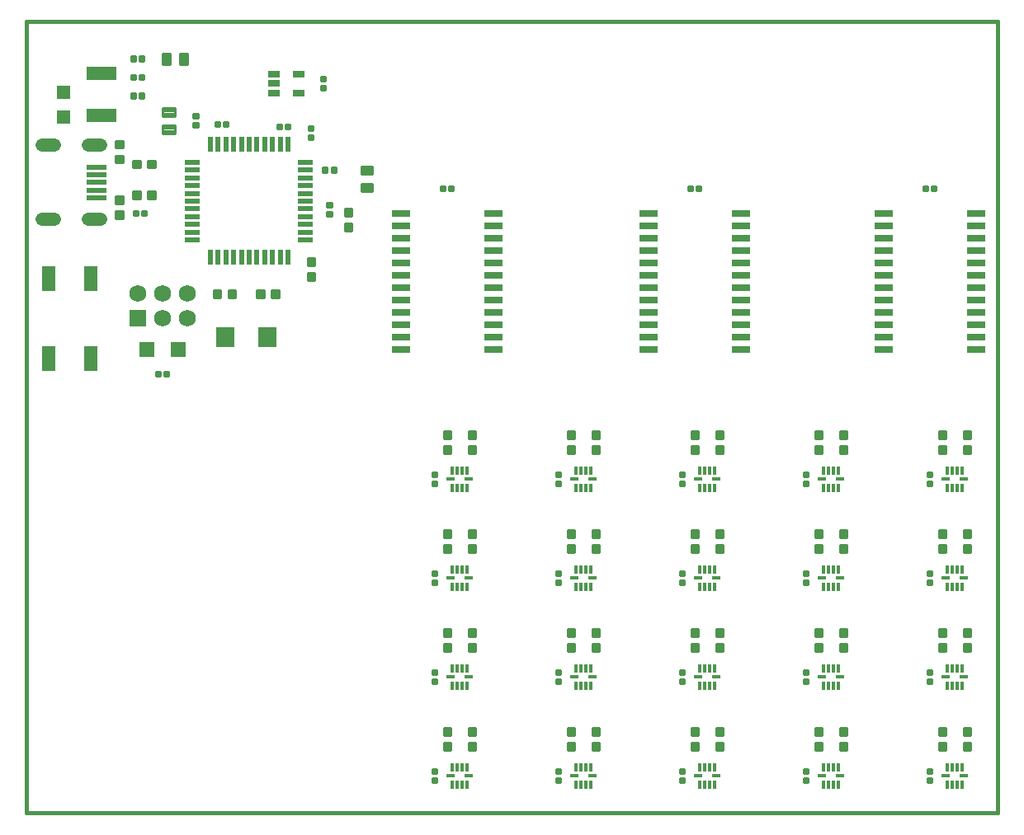
<source format=gts>
G75*
%MOIN*%
%OFA0B0*%
%FSLAX25Y25*%
%IPPOS*%
%LPD*%
%AMOC8*
5,1,8,0,0,1.08239X$1,22.5*
%
%ADD10C,0.01600*%
%ADD11C,0.01450*%
%ADD12C,0.00975*%
%ADD13R,0.05400X0.05400*%
%ADD14R,0.06306X0.06306*%
%ADD15R,0.12400X0.05400*%
%ADD16R,0.06900X0.06900*%
%ADD17C,0.06900*%
%ADD18R,0.06306X0.02369*%
%ADD19R,0.02369X0.06306*%
%ADD20R,0.05124X0.03117*%
%ADD21C,0.01100*%
%ADD22R,0.05400X0.10400*%
%ADD23R,0.07400X0.08400*%
%ADD24R,0.01378X0.03445*%
%ADD25R,0.03445X0.01378*%
%ADD26R,0.07500X0.02500*%
%ADD27C,0.05400*%
%ADD28R,0.08400X0.02000*%
D10*
X0030744Y0008834D02*
X0030744Y0328834D01*
X0423244Y0328834D01*
X0423244Y0008834D01*
X0030744Y0008834D01*
D11*
X0195019Y0021359D02*
X0195019Y0022809D01*
X0196469Y0022809D01*
X0196469Y0021359D01*
X0195019Y0021359D01*
X0195019Y0022808D02*
X0196469Y0022808D01*
X0195019Y0024859D02*
X0195019Y0026309D01*
X0196469Y0026309D01*
X0196469Y0024859D01*
X0195019Y0024859D01*
X0195019Y0026308D02*
X0196469Y0026308D01*
X0245019Y0026309D02*
X0245019Y0024859D01*
X0245019Y0026309D02*
X0246469Y0026309D01*
X0246469Y0024859D01*
X0245019Y0024859D01*
X0245019Y0026308D02*
X0246469Y0026308D01*
X0245019Y0022809D02*
X0245019Y0021359D01*
X0245019Y0022809D02*
X0246469Y0022809D01*
X0246469Y0021359D01*
X0245019Y0021359D01*
X0245019Y0022808D02*
X0246469Y0022808D01*
X0295019Y0022809D02*
X0295019Y0021359D01*
X0295019Y0022809D02*
X0296469Y0022809D01*
X0296469Y0021359D01*
X0295019Y0021359D01*
X0295019Y0022808D02*
X0296469Y0022808D01*
X0295019Y0024859D02*
X0295019Y0026309D01*
X0296469Y0026309D01*
X0296469Y0024859D01*
X0295019Y0024859D01*
X0295019Y0026308D02*
X0296469Y0026308D01*
X0345019Y0026309D02*
X0345019Y0024859D01*
X0345019Y0026309D02*
X0346469Y0026309D01*
X0346469Y0024859D01*
X0345019Y0024859D01*
X0345019Y0026308D02*
X0346469Y0026308D01*
X0345019Y0022809D02*
X0345019Y0021359D01*
X0345019Y0022809D02*
X0346469Y0022809D01*
X0346469Y0021359D01*
X0345019Y0021359D01*
X0345019Y0022808D02*
X0346469Y0022808D01*
X0395019Y0022809D02*
X0395019Y0021359D01*
X0395019Y0022809D02*
X0396469Y0022809D01*
X0396469Y0021359D01*
X0395019Y0021359D01*
X0395019Y0022808D02*
X0396469Y0022808D01*
X0395019Y0024859D02*
X0395019Y0026309D01*
X0396469Y0026309D01*
X0396469Y0024859D01*
X0395019Y0024859D01*
X0395019Y0026308D02*
X0396469Y0026308D01*
X0395019Y0061359D02*
X0395019Y0062809D01*
X0396469Y0062809D01*
X0396469Y0061359D01*
X0395019Y0061359D01*
X0395019Y0062808D02*
X0396469Y0062808D01*
X0395019Y0064859D02*
X0395019Y0066309D01*
X0396469Y0066309D01*
X0396469Y0064859D01*
X0395019Y0064859D01*
X0395019Y0066308D02*
X0396469Y0066308D01*
X0395019Y0101359D02*
X0395019Y0102809D01*
X0396469Y0102809D01*
X0396469Y0101359D01*
X0395019Y0101359D01*
X0395019Y0102808D02*
X0396469Y0102808D01*
X0395019Y0104859D02*
X0395019Y0106309D01*
X0396469Y0106309D01*
X0396469Y0104859D01*
X0395019Y0104859D01*
X0395019Y0106308D02*
X0396469Y0106308D01*
X0395019Y0141359D02*
X0395019Y0142809D01*
X0396469Y0142809D01*
X0396469Y0141359D01*
X0395019Y0141359D01*
X0395019Y0142808D02*
X0396469Y0142808D01*
X0395019Y0144859D02*
X0395019Y0146309D01*
X0396469Y0146309D01*
X0396469Y0144859D01*
X0395019Y0144859D01*
X0395019Y0146308D02*
X0396469Y0146308D01*
X0345019Y0146309D02*
X0345019Y0144859D01*
X0345019Y0146309D02*
X0346469Y0146309D01*
X0346469Y0144859D01*
X0345019Y0144859D01*
X0345019Y0146308D02*
X0346469Y0146308D01*
X0345019Y0142809D02*
X0345019Y0141359D01*
X0345019Y0142809D02*
X0346469Y0142809D01*
X0346469Y0141359D01*
X0345019Y0141359D01*
X0345019Y0142808D02*
X0346469Y0142808D01*
X0295019Y0142809D02*
X0295019Y0141359D01*
X0295019Y0142809D02*
X0296469Y0142809D01*
X0296469Y0141359D01*
X0295019Y0141359D01*
X0295019Y0142808D02*
X0296469Y0142808D01*
X0295019Y0144859D02*
X0295019Y0146309D01*
X0296469Y0146309D01*
X0296469Y0144859D01*
X0295019Y0144859D01*
X0295019Y0146308D02*
X0296469Y0146308D01*
X0245019Y0146309D02*
X0245019Y0144859D01*
X0245019Y0146309D02*
X0246469Y0146309D01*
X0246469Y0144859D01*
X0245019Y0144859D01*
X0245019Y0146308D02*
X0246469Y0146308D01*
X0245019Y0142809D02*
X0245019Y0141359D01*
X0245019Y0142809D02*
X0246469Y0142809D01*
X0246469Y0141359D01*
X0245019Y0141359D01*
X0245019Y0142808D02*
X0246469Y0142808D01*
X0195019Y0142809D02*
X0195019Y0141359D01*
X0195019Y0142809D02*
X0196469Y0142809D01*
X0196469Y0141359D01*
X0195019Y0141359D01*
X0195019Y0142808D02*
X0196469Y0142808D01*
X0195019Y0144859D02*
X0195019Y0146309D01*
X0196469Y0146309D01*
X0196469Y0144859D01*
X0195019Y0144859D01*
X0195019Y0146308D02*
X0196469Y0146308D01*
X0195019Y0106309D02*
X0195019Y0104859D01*
X0195019Y0106309D02*
X0196469Y0106309D01*
X0196469Y0104859D01*
X0195019Y0104859D01*
X0195019Y0106308D02*
X0196469Y0106308D01*
X0195019Y0102809D02*
X0195019Y0101359D01*
X0195019Y0102809D02*
X0196469Y0102809D01*
X0196469Y0101359D01*
X0195019Y0101359D01*
X0195019Y0102808D02*
X0196469Y0102808D01*
X0245019Y0102809D02*
X0245019Y0101359D01*
X0245019Y0102809D02*
X0246469Y0102809D01*
X0246469Y0101359D01*
X0245019Y0101359D01*
X0245019Y0102808D02*
X0246469Y0102808D01*
X0245019Y0104859D02*
X0245019Y0106309D01*
X0246469Y0106309D01*
X0246469Y0104859D01*
X0245019Y0104859D01*
X0245019Y0106308D02*
X0246469Y0106308D01*
X0295019Y0106309D02*
X0295019Y0104859D01*
X0295019Y0106309D02*
X0296469Y0106309D01*
X0296469Y0104859D01*
X0295019Y0104859D01*
X0295019Y0106308D02*
X0296469Y0106308D01*
X0295019Y0102809D02*
X0295019Y0101359D01*
X0295019Y0102809D02*
X0296469Y0102809D01*
X0296469Y0101359D01*
X0295019Y0101359D01*
X0295019Y0102808D02*
X0296469Y0102808D01*
X0345019Y0102809D02*
X0345019Y0101359D01*
X0345019Y0102809D02*
X0346469Y0102809D01*
X0346469Y0101359D01*
X0345019Y0101359D01*
X0345019Y0102808D02*
X0346469Y0102808D01*
X0345019Y0104859D02*
X0345019Y0106309D01*
X0346469Y0106309D01*
X0346469Y0104859D01*
X0345019Y0104859D01*
X0345019Y0106308D02*
X0346469Y0106308D01*
X0345019Y0066309D02*
X0345019Y0064859D01*
X0345019Y0066309D02*
X0346469Y0066309D01*
X0346469Y0064859D01*
X0345019Y0064859D01*
X0345019Y0066308D02*
X0346469Y0066308D01*
X0345019Y0062809D02*
X0345019Y0061359D01*
X0345019Y0062809D02*
X0346469Y0062809D01*
X0346469Y0061359D01*
X0345019Y0061359D01*
X0345019Y0062808D02*
X0346469Y0062808D01*
X0295019Y0062809D02*
X0295019Y0061359D01*
X0295019Y0062809D02*
X0296469Y0062809D01*
X0296469Y0061359D01*
X0295019Y0061359D01*
X0295019Y0062808D02*
X0296469Y0062808D01*
X0295019Y0064859D02*
X0295019Y0066309D01*
X0296469Y0066309D01*
X0296469Y0064859D01*
X0295019Y0064859D01*
X0295019Y0066308D02*
X0296469Y0066308D01*
X0245019Y0066309D02*
X0245019Y0064859D01*
X0245019Y0066309D02*
X0246469Y0066309D01*
X0246469Y0064859D01*
X0245019Y0064859D01*
X0245019Y0066308D02*
X0246469Y0066308D01*
X0245019Y0062809D02*
X0245019Y0061359D01*
X0245019Y0062809D02*
X0246469Y0062809D01*
X0246469Y0061359D01*
X0245019Y0061359D01*
X0245019Y0062808D02*
X0246469Y0062808D01*
X0195019Y0062809D02*
X0195019Y0061359D01*
X0195019Y0062809D02*
X0196469Y0062809D01*
X0196469Y0061359D01*
X0195019Y0061359D01*
X0195019Y0062808D02*
X0196469Y0062808D01*
X0195019Y0064859D02*
X0195019Y0066309D01*
X0196469Y0066309D01*
X0196469Y0064859D01*
X0195019Y0064859D01*
X0195019Y0066308D02*
X0196469Y0066308D01*
X0088219Y0185609D02*
X0086769Y0185609D01*
X0086769Y0187059D01*
X0088219Y0187059D01*
X0088219Y0185609D01*
X0088219Y0187058D02*
X0086769Y0187058D01*
X0084719Y0185609D02*
X0083269Y0185609D01*
X0083269Y0187059D01*
X0084719Y0187059D01*
X0084719Y0185609D01*
X0084719Y0187058D02*
X0083269Y0187058D01*
X0153969Y0250359D02*
X0153969Y0251809D01*
X0153969Y0250359D02*
X0152519Y0250359D01*
X0152519Y0251809D01*
X0153969Y0251809D01*
X0153969Y0251808D02*
X0152519Y0251808D01*
X0153969Y0253859D02*
X0153969Y0255309D01*
X0153969Y0253859D02*
X0152519Y0253859D01*
X0152519Y0255309D01*
X0153969Y0255309D01*
X0153969Y0255308D02*
X0152519Y0255308D01*
X0152219Y0268109D02*
X0150769Y0268109D01*
X0150769Y0269559D01*
X0152219Y0269559D01*
X0152219Y0268109D01*
X0152219Y0269558D02*
X0150769Y0269558D01*
X0154269Y0268109D02*
X0155719Y0268109D01*
X0154269Y0268109D02*
X0154269Y0269559D01*
X0155719Y0269559D01*
X0155719Y0268109D01*
X0155719Y0269558D02*
X0154269Y0269558D01*
X0145019Y0281359D02*
X0145019Y0282809D01*
X0146469Y0282809D01*
X0146469Y0281359D01*
X0145019Y0281359D01*
X0145019Y0282808D02*
X0146469Y0282808D01*
X0145019Y0284859D02*
X0145019Y0286309D01*
X0146469Y0286309D01*
X0146469Y0284859D01*
X0145019Y0284859D01*
X0145019Y0286308D02*
X0146469Y0286308D01*
X0137219Y0287059D02*
X0135769Y0287059D01*
X0137219Y0287059D02*
X0137219Y0285609D01*
X0135769Y0285609D01*
X0135769Y0287059D01*
X0135769Y0287058D02*
X0137219Y0287058D01*
X0133719Y0287059D02*
X0132269Y0287059D01*
X0133719Y0287059D02*
X0133719Y0285609D01*
X0132269Y0285609D01*
X0132269Y0287059D01*
X0132269Y0287058D02*
X0133719Y0287058D01*
X0112219Y0288059D02*
X0110769Y0288059D01*
X0112219Y0288059D02*
X0112219Y0286609D01*
X0110769Y0286609D01*
X0110769Y0288059D01*
X0110769Y0288058D02*
X0112219Y0288058D01*
X0108719Y0288059D02*
X0107269Y0288059D01*
X0108719Y0288059D02*
X0108719Y0286609D01*
X0107269Y0286609D01*
X0107269Y0288059D01*
X0107269Y0288058D02*
X0108719Y0288058D01*
X0099969Y0287809D02*
X0099969Y0286359D01*
X0098519Y0286359D01*
X0098519Y0287809D01*
X0099969Y0287809D01*
X0099969Y0287808D02*
X0098519Y0287808D01*
X0099969Y0289859D02*
X0099969Y0291309D01*
X0099969Y0289859D02*
X0098519Y0289859D01*
X0098519Y0291309D01*
X0099969Y0291309D01*
X0099969Y0291308D02*
X0098519Y0291308D01*
X0078219Y0298109D02*
X0076769Y0298109D01*
X0076769Y0299559D01*
X0078219Y0299559D01*
X0078219Y0298109D01*
X0078219Y0299558D02*
X0076769Y0299558D01*
X0074719Y0298109D02*
X0073269Y0298109D01*
X0073269Y0299559D01*
X0074719Y0299559D01*
X0074719Y0298109D01*
X0074719Y0299558D02*
X0073269Y0299558D01*
X0073269Y0307059D02*
X0074719Y0307059D01*
X0074719Y0305609D01*
X0073269Y0305609D01*
X0073269Y0307059D01*
X0073269Y0307058D02*
X0074719Y0307058D01*
X0076769Y0307059D02*
X0078219Y0307059D01*
X0078219Y0305609D01*
X0076769Y0305609D01*
X0076769Y0307059D01*
X0076769Y0307058D02*
X0078219Y0307058D01*
X0078219Y0313109D02*
X0076769Y0313109D01*
X0076769Y0314559D01*
X0078219Y0314559D01*
X0078219Y0313109D01*
X0078219Y0314558D02*
X0076769Y0314558D01*
X0074719Y0313109D02*
X0073269Y0313109D01*
X0073269Y0314559D01*
X0074719Y0314559D01*
X0074719Y0313109D01*
X0074719Y0314558D02*
X0073269Y0314558D01*
X0150019Y0306309D02*
X0150019Y0304859D01*
X0150019Y0306309D02*
X0151469Y0306309D01*
X0151469Y0304859D01*
X0150019Y0304859D01*
X0150019Y0306308D02*
X0151469Y0306308D01*
X0150019Y0302809D02*
X0150019Y0301359D01*
X0150019Y0302809D02*
X0151469Y0302809D01*
X0151469Y0301359D01*
X0150019Y0301359D01*
X0150019Y0302808D02*
X0151469Y0302808D01*
X0198269Y0260609D02*
X0199719Y0260609D01*
X0198269Y0260609D02*
X0198269Y0262059D01*
X0199719Y0262059D01*
X0199719Y0260609D01*
X0199719Y0262058D02*
X0198269Y0262058D01*
X0201769Y0260609D02*
X0203219Y0260609D01*
X0201769Y0260609D02*
X0201769Y0262059D01*
X0203219Y0262059D01*
X0203219Y0260609D01*
X0203219Y0262058D02*
X0201769Y0262058D01*
X0298269Y0260609D02*
X0299719Y0260609D01*
X0298269Y0260609D02*
X0298269Y0262059D01*
X0299719Y0262059D01*
X0299719Y0260609D01*
X0299719Y0262058D02*
X0298269Y0262058D01*
X0301769Y0260609D02*
X0303219Y0260609D01*
X0301769Y0260609D02*
X0301769Y0262059D01*
X0303219Y0262059D01*
X0303219Y0260609D01*
X0303219Y0262058D02*
X0301769Y0262058D01*
X0393269Y0260609D02*
X0394719Y0260609D01*
X0393269Y0260609D02*
X0393269Y0262059D01*
X0394719Y0262059D01*
X0394719Y0260609D01*
X0394719Y0262058D02*
X0393269Y0262058D01*
X0396769Y0260609D02*
X0398219Y0260609D01*
X0396769Y0260609D02*
X0396769Y0262059D01*
X0398219Y0262059D01*
X0398219Y0260609D01*
X0398219Y0262058D02*
X0396769Y0262058D01*
X0079219Y0252059D02*
X0077769Y0252059D01*
X0079219Y0252059D02*
X0079219Y0250609D01*
X0077769Y0250609D01*
X0077769Y0252059D01*
X0077769Y0252058D02*
X0079219Y0252058D01*
X0075719Y0252059D02*
X0074269Y0252059D01*
X0075719Y0252059D02*
X0075719Y0250609D01*
X0074269Y0250609D01*
X0074269Y0252059D01*
X0074269Y0252058D02*
X0075719Y0252058D01*
D12*
X0066781Y0252297D02*
X0066781Y0249371D01*
X0066781Y0252297D02*
X0069707Y0252297D01*
X0069707Y0249371D01*
X0066781Y0249371D01*
X0066781Y0250345D02*
X0069707Y0250345D01*
X0069707Y0251319D02*
X0066781Y0251319D01*
X0066781Y0252293D02*
X0069707Y0252293D01*
X0066781Y0255371D02*
X0066781Y0258297D01*
X0069707Y0258297D01*
X0069707Y0255371D01*
X0066781Y0255371D01*
X0066781Y0256345D02*
X0069707Y0256345D01*
X0069707Y0257319D02*
X0066781Y0257319D01*
X0066781Y0258293D02*
X0069707Y0258293D01*
X0073781Y0257371D02*
X0076707Y0257371D01*
X0073781Y0257371D02*
X0073781Y0260297D01*
X0076707Y0260297D01*
X0076707Y0257371D01*
X0076707Y0258345D02*
X0073781Y0258345D01*
X0073781Y0259319D02*
X0076707Y0259319D01*
X0076707Y0260293D02*
X0073781Y0260293D01*
X0079781Y0257371D02*
X0082707Y0257371D01*
X0079781Y0257371D02*
X0079781Y0260297D01*
X0082707Y0260297D01*
X0082707Y0257371D01*
X0082707Y0258345D02*
X0079781Y0258345D01*
X0079781Y0259319D02*
X0082707Y0259319D01*
X0082707Y0260293D02*
X0079781Y0260293D01*
X0079781Y0269871D02*
X0082707Y0269871D01*
X0079781Y0269871D02*
X0079781Y0272797D01*
X0082707Y0272797D01*
X0082707Y0269871D01*
X0082707Y0270845D02*
X0079781Y0270845D01*
X0079781Y0271819D02*
X0082707Y0271819D01*
X0082707Y0272793D02*
X0079781Y0272793D01*
X0076707Y0269871D02*
X0073781Y0269871D01*
X0073781Y0272797D01*
X0076707Y0272797D01*
X0076707Y0269871D01*
X0076707Y0270845D02*
X0073781Y0270845D01*
X0073781Y0271819D02*
X0076707Y0271819D01*
X0076707Y0272793D02*
X0073781Y0272793D01*
X0069707Y0271871D02*
X0069707Y0274797D01*
X0069707Y0271871D02*
X0066781Y0271871D01*
X0066781Y0274797D01*
X0069707Y0274797D01*
X0069707Y0272845D02*
X0066781Y0272845D01*
X0066781Y0273819D02*
X0069707Y0273819D01*
X0069707Y0274793D02*
X0066781Y0274793D01*
X0069707Y0277871D02*
X0069707Y0280797D01*
X0069707Y0277871D02*
X0066781Y0277871D01*
X0066781Y0280797D01*
X0069707Y0280797D01*
X0069707Y0278845D02*
X0066781Y0278845D01*
X0066781Y0279819D02*
X0069707Y0279819D01*
X0069707Y0280793D02*
X0066781Y0280793D01*
X0085781Y0311621D02*
X0088707Y0311621D01*
X0085781Y0311621D02*
X0085781Y0316047D01*
X0088707Y0316047D01*
X0088707Y0311621D01*
X0088707Y0312595D02*
X0085781Y0312595D01*
X0085781Y0313569D02*
X0088707Y0313569D01*
X0088707Y0314543D02*
X0085781Y0314543D01*
X0085781Y0315517D02*
X0088707Y0315517D01*
X0092781Y0311621D02*
X0095707Y0311621D01*
X0092781Y0311621D02*
X0092781Y0316047D01*
X0095707Y0316047D01*
X0095707Y0311621D01*
X0095707Y0312595D02*
X0092781Y0312595D01*
X0092781Y0313569D02*
X0095707Y0313569D01*
X0095707Y0314543D02*
X0092781Y0314543D01*
X0092781Y0315517D02*
X0095707Y0315517D01*
X0166031Y0270297D02*
X0166031Y0267371D01*
X0166031Y0270297D02*
X0170457Y0270297D01*
X0170457Y0267371D01*
X0166031Y0267371D01*
X0166031Y0268345D02*
X0170457Y0268345D01*
X0170457Y0269319D02*
X0166031Y0269319D01*
X0166031Y0270293D02*
X0170457Y0270293D01*
X0166031Y0263297D02*
X0166031Y0260371D01*
X0166031Y0263297D02*
X0170457Y0263297D01*
X0170457Y0260371D01*
X0166031Y0260371D01*
X0166031Y0261345D02*
X0170457Y0261345D01*
X0170457Y0262319D02*
X0166031Y0262319D01*
X0166031Y0263293D02*
X0170457Y0263293D01*
X0162207Y0253297D02*
X0162207Y0250371D01*
X0159281Y0250371D01*
X0159281Y0253297D01*
X0162207Y0253297D01*
X0162207Y0251345D02*
X0159281Y0251345D01*
X0159281Y0252319D02*
X0162207Y0252319D01*
X0162207Y0253293D02*
X0159281Y0253293D01*
X0162207Y0247297D02*
X0162207Y0244371D01*
X0159281Y0244371D01*
X0159281Y0247297D01*
X0162207Y0247297D01*
X0162207Y0245345D02*
X0159281Y0245345D01*
X0159281Y0246319D02*
X0162207Y0246319D01*
X0162207Y0247293D02*
X0159281Y0247293D01*
X0147207Y0233297D02*
X0147207Y0230371D01*
X0144281Y0230371D01*
X0144281Y0233297D01*
X0147207Y0233297D01*
X0147207Y0231345D02*
X0144281Y0231345D01*
X0144281Y0232319D02*
X0147207Y0232319D01*
X0147207Y0233293D02*
X0144281Y0233293D01*
X0147207Y0227297D02*
X0147207Y0224371D01*
X0144281Y0224371D01*
X0144281Y0227297D01*
X0147207Y0227297D01*
X0147207Y0225345D02*
X0144281Y0225345D01*
X0144281Y0226319D02*
X0147207Y0226319D01*
X0147207Y0227293D02*
X0144281Y0227293D01*
X0132707Y0220297D02*
X0129781Y0220297D01*
X0132707Y0220297D02*
X0132707Y0217371D01*
X0129781Y0217371D01*
X0129781Y0220297D01*
X0129781Y0218345D02*
X0132707Y0218345D01*
X0132707Y0219319D02*
X0129781Y0219319D01*
X0129781Y0220293D02*
X0132707Y0220293D01*
X0126707Y0220297D02*
X0123781Y0220297D01*
X0126707Y0220297D02*
X0126707Y0217371D01*
X0123781Y0217371D01*
X0123781Y0220297D01*
X0123781Y0218345D02*
X0126707Y0218345D01*
X0126707Y0219319D02*
X0123781Y0219319D01*
X0123781Y0220293D02*
X0126707Y0220293D01*
X0115207Y0217371D02*
X0112281Y0217371D01*
X0112281Y0220297D01*
X0115207Y0220297D01*
X0115207Y0217371D01*
X0115207Y0218345D02*
X0112281Y0218345D01*
X0112281Y0219319D02*
X0115207Y0219319D01*
X0115207Y0220293D02*
X0112281Y0220293D01*
X0109207Y0217371D02*
X0106281Y0217371D01*
X0106281Y0220297D01*
X0109207Y0220297D01*
X0109207Y0217371D01*
X0109207Y0218345D02*
X0106281Y0218345D01*
X0106281Y0219319D02*
X0109207Y0219319D01*
X0109207Y0220293D02*
X0106281Y0220293D01*
X0199281Y0163297D02*
X0199281Y0160371D01*
X0199281Y0163297D02*
X0202207Y0163297D01*
X0202207Y0160371D01*
X0199281Y0160371D01*
X0199281Y0161345D02*
X0202207Y0161345D01*
X0202207Y0162319D02*
X0199281Y0162319D01*
X0199281Y0163293D02*
X0202207Y0163293D01*
X0199281Y0157297D02*
X0199281Y0154371D01*
X0199281Y0157297D02*
X0202207Y0157297D01*
X0202207Y0154371D01*
X0199281Y0154371D01*
X0199281Y0155345D02*
X0202207Y0155345D01*
X0202207Y0156319D02*
X0199281Y0156319D01*
X0199281Y0157293D02*
X0202207Y0157293D01*
X0209281Y0157297D02*
X0209281Y0154371D01*
X0209281Y0157297D02*
X0212207Y0157297D01*
X0212207Y0154371D01*
X0209281Y0154371D01*
X0209281Y0155345D02*
X0212207Y0155345D01*
X0212207Y0156319D02*
X0209281Y0156319D01*
X0209281Y0157293D02*
X0212207Y0157293D01*
X0209281Y0160371D02*
X0209281Y0163297D01*
X0212207Y0163297D01*
X0212207Y0160371D01*
X0209281Y0160371D01*
X0209281Y0161345D02*
X0212207Y0161345D01*
X0212207Y0162319D02*
X0209281Y0162319D01*
X0209281Y0163293D02*
X0212207Y0163293D01*
X0249281Y0163297D02*
X0249281Y0160371D01*
X0249281Y0163297D02*
X0252207Y0163297D01*
X0252207Y0160371D01*
X0249281Y0160371D01*
X0249281Y0161345D02*
X0252207Y0161345D01*
X0252207Y0162319D02*
X0249281Y0162319D01*
X0249281Y0163293D02*
X0252207Y0163293D01*
X0249281Y0157297D02*
X0249281Y0154371D01*
X0249281Y0157297D02*
X0252207Y0157297D01*
X0252207Y0154371D01*
X0249281Y0154371D01*
X0249281Y0155345D02*
X0252207Y0155345D01*
X0252207Y0156319D02*
X0249281Y0156319D01*
X0249281Y0157293D02*
X0252207Y0157293D01*
X0259281Y0157297D02*
X0259281Y0154371D01*
X0259281Y0157297D02*
X0262207Y0157297D01*
X0262207Y0154371D01*
X0259281Y0154371D01*
X0259281Y0155345D02*
X0262207Y0155345D01*
X0262207Y0156319D02*
X0259281Y0156319D01*
X0259281Y0157293D02*
X0262207Y0157293D01*
X0259281Y0160371D02*
X0259281Y0163297D01*
X0262207Y0163297D01*
X0262207Y0160371D01*
X0259281Y0160371D01*
X0259281Y0161345D02*
X0262207Y0161345D01*
X0262207Y0162319D02*
X0259281Y0162319D01*
X0259281Y0163293D02*
X0262207Y0163293D01*
X0299281Y0163297D02*
X0299281Y0160371D01*
X0299281Y0163297D02*
X0302207Y0163297D01*
X0302207Y0160371D01*
X0299281Y0160371D01*
X0299281Y0161345D02*
X0302207Y0161345D01*
X0302207Y0162319D02*
X0299281Y0162319D01*
X0299281Y0163293D02*
X0302207Y0163293D01*
X0299281Y0157297D02*
X0299281Y0154371D01*
X0299281Y0157297D02*
X0302207Y0157297D01*
X0302207Y0154371D01*
X0299281Y0154371D01*
X0299281Y0155345D02*
X0302207Y0155345D01*
X0302207Y0156319D02*
X0299281Y0156319D01*
X0299281Y0157293D02*
X0302207Y0157293D01*
X0309281Y0157297D02*
X0309281Y0154371D01*
X0309281Y0157297D02*
X0312207Y0157297D01*
X0312207Y0154371D01*
X0309281Y0154371D01*
X0309281Y0155345D02*
X0312207Y0155345D01*
X0312207Y0156319D02*
X0309281Y0156319D01*
X0309281Y0157293D02*
X0312207Y0157293D01*
X0309281Y0160371D02*
X0309281Y0163297D01*
X0312207Y0163297D01*
X0312207Y0160371D01*
X0309281Y0160371D01*
X0309281Y0161345D02*
X0312207Y0161345D01*
X0312207Y0162319D02*
X0309281Y0162319D01*
X0309281Y0163293D02*
X0312207Y0163293D01*
X0349281Y0163297D02*
X0349281Y0160371D01*
X0349281Y0163297D02*
X0352207Y0163297D01*
X0352207Y0160371D01*
X0349281Y0160371D01*
X0349281Y0161345D02*
X0352207Y0161345D01*
X0352207Y0162319D02*
X0349281Y0162319D01*
X0349281Y0163293D02*
X0352207Y0163293D01*
X0349281Y0157297D02*
X0349281Y0154371D01*
X0349281Y0157297D02*
X0352207Y0157297D01*
X0352207Y0154371D01*
X0349281Y0154371D01*
X0349281Y0155345D02*
X0352207Y0155345D01*
X0352207Y0156319D02*
X0349281Y0156319D01*
X0349281Y0157293D02*
X0352207Y0157293D01*
X0359281Y0157297D02*
X0359281Y0154371D01*
X0359281Y0157297D02*
X0362207Y0157297D01*
X0362207Y0154371D01*
X0359281Y0154371D01*
X0359281Y0155345D02*
X0362207Y0155345D01*
X0362207Y0156319D02*
X0359281Y0156319D01*
X0359281Y0157293D02*
X0362207Y0157293D01*
X0359281Y0160371D02*
X0359281Y0163297D01*
X0362207Y0163297D01*
X0362207Y0160371D01*
X0359281Y0160371D01*
X0359281Y0161345D02*
X0362207Y0161345D01*
X0362207Y0162319D02*
X0359281Y0162319D01*
X0359281Y0163293D02*
X0362207Y0163293D01*
X0399281Y0163297D02*
X0399281Y0160371D01*
X0399281Y0163297D02*
X0402207Y0163297D01*
X0402207Y0160371D01*
X0399281Y0160371D01*
X0399281Y0161345D02*
X0402207Y0161345D01*
X0402207Y0162319D02*
X0399281Y0162319D01*
X0399281Y0163293D02*
X0402207Y0163293D01*
X0399281Y0157297D02*
X0399281Y0154371D01*
X0399281Y0157297D02*
X0402207Y0157297D01*
X0402207Y0154371D01*
X0399281Y0154371D01*
X0399281Y0155345D02*
X0402207Y0155345D01*
X0402207Y0156319D02*
X0399281Y0156319D01*
X0399281Y0157293D02*
X0402207Y0157293D01*
X0409281Y0157297D02*
X0409281Y0154371D01*
X0409281Y0157297D02*
X0412207Y0157297D01*
X0412207Y0154371D01*
X0409281Y0154371D01*
X0409281Y0155345D02*
X0412207Y0155345D01*
X0412207Y0156319D02*
X0409281Y0156319D01*
X0409281Y0157293D02*
X0412207Y0157293D01*
X0409281Y0160371D02*
X0409281Y0163297D01*
X0412207Y0163297D01*
X0412207Y0160371D01*
X0409281Y0160371D01*
X0409281Y0161345D02*
X0412207Y0161345D01*
X0412207Y0162319D02*
X0409281Y0162319D01*
X0409281Y0163293D02*
X0412207Y0163293D01*
X0409281Y0123297D02*
X0409281Y0120371D01*
X0409281Y0123297D02*
X0412207Y0123297D01*
X0412207Y0120371D01*
X0409281Y0120371D01*
X0409281Y0121345D02*
X0412207Y0121345D01*
X0412207Y0122319D02*
X0409281Y0122319D01*
X0409281Y0123293D02*
X0412207Y0123293D01*
X0409281Y0117297D02*
X0409281Y0114371D01*
X0409281Y0117297D02*
X0412207Y0117297D01*
X0412207Y0114371D01*
X0409281Y0114371D01*
X0409281Y0115345D02*
X0412207Y0115345D01*
X0412207Y0116319D02*
X0409281Y0116319D01*
X0409281Y0117293D02*
X0412207Y0117293D01*
X0399281Y0117297D02*
X0399281Y0114371D01*
X0399281Y0117297D02*
X0402207Y0117297D01*
X0402207Y0114371D01*
X0399281Y0114371D01*
X0399281Y0115345D02*
X0402207Y0115345D01*
X0402207Y0116319D02*
X0399281Y0116319D01*
X0399281Y0117293D02*
X0402207Y0117293D01*
X0399281Y0120371D02*
X0399281Y0123297D01*
X0402207Y0123297D01*
X0402207Y0120371D01*
X0399281Y0120371D01*
X0399281Y0121345D02*
X0402207Y0121345D01*
X0402207Y0122319D02*
X0399281Y0122319D01*
X0399281Y0123293D02*
X0402207Y0123293D01*
X0359281Y0123297D02*
X0359281Y0120371D01*
X0359281Y0123297D02*
X0362207Y0123297D01*
X0362207Y0120371D01*
X0359281Y0120371D01*
X0359281Y0121345D02*
X0362207Y0121345D01*
X0362207Y0122319D02*
X0359281Y0122319D01*
X0359281Y0123293D02*
X0362207Y0123293D01*
X0359281Y0117297D02*
X0359281Y0114371D01*
X0359281Y0117297D02*
X0362207Y0117297D01*
X0362207Y0114371D01*
X0359281Y0114371D01*
X0359281Y0115345D02*
X0362207Y0115345D01*
X0362207Y0116319D02*
X0359281Y0116319D01*
X0359281Y0117293D02*
X0362207Y0117293D01*
X0349281Y0117297D02*
X0349281Y0114371D01*
X0349281Y0117297D02*
X0352207Y0117297D01*
X0352207Y0114371D01*
X0349281Y0114371D01*
X0349281Y0115345D02*
X0352207Y0115345D01*
X0352207Y0116319D02*
X0349281Y0116319D01*
X0349281Y0117293D02*
X0352207Y0117293D01*
X0349281Y0120371D02*
X0349281Y0123297D01*
X0352207Y0123297D01*
X0352207Y0120371D01*
X0349281Y0120371D01*
X0349281Y0121345D02*
X0352207Y0121345D01*
X0352207Y0122319D02*
X0349281Y0122319D01*
X0349281Y0123293D02*
X0352207Y0123293D01*
X0309281Y0123297D02*
X0309281Y0120371D01*
X0309281Y0123297D02*
X0312207Y0123297D01*
X0312207Y0120371D01*
X0309281Y0120371D01*
X0309281Y0121345D02*
X0312207Y0121345D01*
X0312207Y0122319D02*
X0309281Y0122319D01*
X0309281Y0123293D02*
X0312207Y0123293D01*
X0309281Y0117297D02*
X0309281Y0114371D01*
X0309281Y0117297D02*
X0312207Y0117297D01*
X0312207Y0114371D01*
X0309281Y0114371D01*
X0309281Y0115345D02*
X0312207Y0115345D01*
X0312207Y0116319D02*
X0309281Y0116319D01*
X0309281Y0117293D02*
X0312207Y0117293D01*
X0299281Y0117297D02*
X0299281Y0114371D01*
X0299281Y0117297D02*
X0302207Y0117297D01*
X0302207Y0114371D01*
X0299281Y0114371D01*
X0299281Y0115345D02*
X0302207Y0115345D01*
X0302207Y0116319D02*
X0299281Y0116319D01*
X0299281Y0117293D02*
X0302207Y0117293D01*
X0299281Y0120371D02*
X0299281Y0123297D01*
X0302207Y0123297D01*
X0302207Y0120371D01*
X0299281Y0120371D01*
X0299281Y0121345D02*
X0302207Y0121345D01*
X0302207Y0122319D02*
X0299281Y0122319D01*
X0299281Y0123293D02*
X0302207Y0123293D01*
X0259281Y0123297D02*
X0259281Y0120371D01*
X0259281Y0123297D02*
X0262207Y0123297D01*
X0262207Y0120371D01*
X0259281Y0120371D01*
X0259281Y0121345D02*
X0262207Y0121345D01*
X0262207Y0122319D02*
X0259281Y0122319D01*
X0259281Y0123293D02*
X0262207Y0123293D01*
X0259281Y0117297D02*
X0259281Y0114371D01*
X0259281Y0117297D02*
X0262207Y0117297D01*
X0262207Y0114371D01*
X0259281Y0114371D01*
X0259281Y0115345D02*
X0262207Y0115345D01*
X0262207Y0116319D02*
X0259281Y0116319D01*
X0259281Y0117293D02*
X0262207Y0117293D01*
X0249281Y0117297D02*
X0249281Y0114371D01*
X0249281Y0117297D02*
X0252207Y0117297D01*
X0252207Y0114371D01*
X0249281Y0114371D01*
X0249281Y0115345D02*
X0252207Y0115345D01*
X0252207Y0116319D02*
X0249281Y0116319D01*
X0249281Y0117293D02*
X0252207Y0117293D01*
X0249281Y0120371D02*
X0249281Y0123297D01*
X0252207Y0123297D01*
X0252207Y0120371D01*
X0249281Y0120371D01*
X0249281Y0121345D02*
X0252207Y0121345D01*
X0252207Y0122319D02*
X0249281Y0122319D01*
X0249281Y0123293D02*
X0252207Y0123293D01*
X0209281Y0123297D02*
X0209281Y0120371D01*
X0209281Y0123297D02*
X0212207Y0123297D01*
X0212207Y0120371D01*
X0209281Y0120371D01*
X0209281Y0121345D02*
X0212207Y0121345D01*
X0212207Y0122319D02*
X0209281Y0122319D01*
X0209281Y0123293D02*
X0212207Y0123293D01*
X0209281Y0117297D02*
X0209281Y0114371D01*
X0209281Y0117297D02*
X0212207Y0117297D01*
X0212207Y0114371D01*
X0209281Y0114371D01*
X0209281Y0115345D02*
X0212207Y0115345D01*
X0212207Y0116319D02*
X0209281Y0116319D01*
X0209281Y0117293D02*
X0212207Y0117293D01*
X0199281Y0117297D02*
X0199281Y0114371D01*
X0199281Y0117297D02*
X0202207Y0117297D01*
X0202207Y0114371D01*
X0199281Y0114371D01*
X0199281Y0115345D02*
X0202207Y0115345D01*
X0202207Y0116319D02*
X0199281Y0116319D01*
X0199281Y0117293D02*
X0202207Y0117293D01*
X0199281Y0120371D02*
X0199281Y0123297D01*
X0202207Y0123297D01*
X0202207Y0120371D01*
X0199281Y0120371D01*
X0199281Y0121345D02*
X0202207Y0121345D01*
X0202207Y0122319D02*
X0199281Y0122319D01*
X0199281Y0123293D02*
X0202207Y0123293D01*
X0199281Y0083297D02*
X0199281Y0080371D01*
X0199281Y0083297D02*
X0202207Y0083297D01*
X0202207Y0080371D01*
X0199281Y0080371D01*
X0199281Y0081345D02*
X0202207Y0081345D01*
X0202207Y0082319D02*
X0199281Y0082319D01*
X0199281Y0083293D02*
X0202207Y0083293D01*
X0209281Y0083297D02*
X0209281Y0080371D01*
X0209281Y0083297D02*
X0212207Y0083297D01*
X0212207Y0080371D01*
X0209281Y0080371D01*
X0209281Y0081345D02*
X0212207Y0081345D01*
X0212207Y0082319D02*
X0209281Y0082319D01*
X0209281Y0083293D02*
X0212207Y0083293D01*
X0209281Y0077297D02*
X0209281Y0074371D01*
X0209281Y0077297D02*
X0212207Y0077297D01*
X0212207Y0074371D01*
X0209281Y0074371D01*
X0209281Y0075345D02*
X0212207Y0075345D01*
X0212207Y0076319D02*
X0209281Y0076319D01*
X0209281Y0077293D02*
X0212207Y0077293D01*
X0199281Y0077297D02*
X0199281Y0074371D01*
X0199281Y0077297D02*
X0202207Y0077297D01*
X0202207Y0074371D01*
X0199281Y0074371D01*
X0199281Y0075345D02*
X0202207Y0075345D01*
X0202207Y0076319D02*
X0199281Y0076319D01*
X0199281Y0077293D02*
X0202207Y0077293D01*
X0249281Y0077297D02*
X0249281Y0074371D01*
X0249281Y0077297D02*
X0252207Y0077297D01*
X0252207Y0074371D01*
X0249281Y0074371D01*
X0249281Y0075345D02*
X0252207Y0075345D01*
X0252207Y0076319D02*
X0249281Y0076319D01*
X0249281Y0077293D02*
X0252207Y0077293D01*
X0249281Y0080371D02*
X0249281Y0083297D01*
X0252207Y0083297D01*
X0252207Y0080371D01*
X0249281Y0080371D01*
X0249281Y0081345D02*
X0252207Y0081345D01*
X0252207Y0082319D02*
X0249281Y0082319D01*
X0249281Y0083293D02*
X0252207Y0083293D01*
X0259281Y0083297D02*
X0259281Y0080371D01*
X0259281Y0083297D02*
X0262207Y0083297D01*
X0262207Y0080371D01*
X0259281Y0080371D01*
X0259281Y0081345D02*
X0262207Y0081345D01*
X0262207Y0082319D02*
X0259281Y0082319D01*
X0259281Y0083293D02*
X0262207Y0083293D01*
X0259281Y0077297D02*
X0259281Y0074371D01*
X0259281Y0077297D02*
X0262207Y0077297D01*
X0262207Y0074371D01*
X0259281Y0074371D01*
X0259281Y0075345D02*
X0262207Y0075345D01*
X0262207Y0076319D02*
X0259281Y0076319D01*
X0259281Y0077293D02*
X0262207Y0077293D01*
X0299281Y0077297D02*
X0299281Y0074371D01*
X0299281Y0077297D02*
X0302207Y0077297D01*
X0302207Y0074371D01*
X0299281Y0074371D01*
X0299281Y0075345D02*
X0302207Y0075345D01*
X0302207Y0076319D02*
X0299281Y0076319D01*
X0299281Y0077293D02*
X0302207Y0077293D01*
X0299281Y0080371D02*
X0299281Y0083297D01*
X0302207Y0083297D01*
X0302207Y0080371D01*
X0299281Y0080371D01*
X0299281Y0081345D02*
X0302207Y0081345D01*
X0302207Y0082319D02*
X0299281Y0082319D01*
X0299281Y0083293D02*
X0302207Y0083293D01*
X0309281Y0083297D02*
X0309281Y0080371D01*
X0309281Y0083297D02*
X0312207Y0083297D01*
X0312207Y0080371D01*
X0309281Y0080371D01*
X0309281Y0081345D02*
X0312207Y0081345D01*
X0312207Y0082319D02*
X0309281Y0082319D01*
X0309281Y0083293D02*
X0312207Y0083293D01*
X0309281Y0077297D02*
X0309281Y0074371D01*
X0309281Y0077297D02*
X0312207Y0077297D01*
X0312207Y0074371D01*
X0309281Y0074371D01*
X0309281Y0075345D02*
X0312207Y0075345D01*
X0312207Y0076319D02*
X0309281Y0076319D01*
X0309281Y0077293D02*
X0312207Y0077293D01*
X0349281Y0077297D02*
X0349281Y0074371D01*
X0349281Y0077297D02*
X0352207Y0077297D01*
X0352207Y0074371D01*
X0349281Y0074371D01*
X0349281Y0075345D02*
X0352207Y0075345D01*
X0352207Y0076319D02*
X0349281Y0076319D01*
X0349281Y0077293D02*
X0352207Y0077293D01*
X0349281Y0080371D02*
X0349281Y0083297D01*
X0352207Y0083297D01*
X0352207Y0080371D01*
X0349281Y0080371D01*
X0349281Y0081345D02*
X0352207Y0081345D01*
X0352207Y0082319D02*
X0349281Y0082319D01*
X0349281Y0083293D02*
X0352207Y0083293D01*
X0359281Y0083297D02*
X0359281Y0080371D01*
X0359281Y0083297D02*
X0362207Y0083297D01*
X0362207Y0080371D01*
X0359281Y0080371D01*
X0359281Y0081345D02*
X0362207Y0081345D01*
X0362207Y0082319D02*
X0359281Y0082319D01*
X0359281Y0083293D02*
X0362207Y0083293D01*
X0359281Y0077297D02*
X0359281Y0074371D01*
X0359281Y0077297D02*
X0362207Y0077297D01*
X0362207Y0074371D01*
X0359281Y0074371D01*
X0359281Y0075345D02*
X0362207Y0075345D01*
X0362207Y0076319D02*
X0359281Y0076319D01*
X0359281Y0077293D02*
X0362207Y0077293D01*
X0399281Y0077297D02*
X0399281Y0074371D01*
X0399281Y0077297D02*
X0402207Y0077297D01*
X0402207Y0074371D01*
X0399281Y0074371D01*
X0399281Y0075345D02*
X0402207Y0075345D01*
X0402207Y0076319D02*
X0399281Y0076319D01*
X0399281Y0077293D02*
X0402207Y0077293D01*
X0399281Y0080371D02*
X0399281Y0083297D01*
X0402207Y0083297D01*
X0402207Y0080371D01*
X0399281Y0080371D01*
X0399281Y0081345D02*
X0402207Y0081345D01*
X0402207Y0082319D02*
X0399281Y0082319D01*
X0399281Y0083293D02*
X0402207Y0083293D01*
X0409281Y0083297D02*
X0409281Y0080371D01*
X0409281Y0083297D02*
X0412207Y0083297D01*
X0412207Y0080371D01*
X0409281Y0080371D01*
X0409281Y0081345D02*
X0412207Y0081345D01*
X0412207Y0082319D02*
X0409281Y0082319D01*
X0409281Y0083293D02*
X0412207Y0083293D01*
X0409281Y0077297D02*
X0409281Y0074371D01*
X0409281Y0077297D02*
X0412207Y0077297D01*
X0412207Y0074371D01*
X0409281Y0074371D01*
X0409281Y0075345D02*
X0412207Y0075345D01*
X0412207Y0076319D02*
X0409281Y0076319D01*
X0409281Y0077293D02*
X0412207Y0077293D01*
X0409281Y0043297D02*
X0409281Y0040371D01*
X0409281Y0043297D02*
X0412207Y0043297D01*
X0412207Y0040371D01*
X0409281Y0040371D01*
X0409281Y0041345D02*
X0412207Y0041345D01*
X0412207Y0042319D02*
X0409281Y0042319D01*
X0409281Y0043293D02*
X0412207Y0043293D01*
X0399281Y0043297D02*
X0399281Y0040371D01*
X0399281Y0043297D02*
X0402207Y0043297D01*
X0402207Y0040371D01*
X0399281Y0040371D01*
X0399281Y0041345D02*
X0402207Y0041345D01*
X0402207Y0042319D02*
X0399281Y0042319D01*
X0399281Y0043293D02*
X0402207Y0043293D01*
X0399281Y0037297D02*
X0399281Y0034371D01*
X0399281Y0037297D02*
X0402207Y0037297D01*
X0402207Y0034371D01*
X0399281Y0034371D01*
X0399281Y0035345D02*
X0402207Y0035345D01*
X0402207Y0036319D02*
X0399281Y0036319D01*
X0399281Y0037293D02*
X0402207Y0037293D01*
X0409281Y0037297D02*
X0409281Y0034371D01*
X0409281Y0037297D02*
X0412207Y0037297D01*
X0412207Y0034371D01*
X0409281Y0034371D01*
X0409281Y0035345D02*
X0412207Y0035345D01*
X0412207Y0036319D02*
X0409281Y0036319D01*
X0409281Y0037293D02*
X0412207Y0037293D01*
X0359281Y0037297D02*
X0359281Y0034371D01*
X0359281Y0037297D02*
X0362207Y0037297D01*
X0362207Y0034371D01*
X0359281Y0034371D01*
X0359281Y0035345D02*
X0362207Y0035345D01*
X0362207Y0036319D02*
X0359281Y0036319D01*
X0359281Y0037293D02*
X0362207Y0037293D01*
X0359281Y0040371D02*
X0359281Y0043297D01*
X0362207Y0043297D01*
X0362207Y0040371D01*
X0359281Y0040371D01*
X0359281Y0041345D02*
X0362207Y0041345D01*
X0362207Y0042319D02*
X0359281Y0042319D01*
X0359281Y0043293D02*
X0362207Y0043293D01*
X0349281Y0043297D02*
X0349281Y0040371D01*
X0349281Y0043297D02*
X0352207Y0043297D01*
X0352207Y0040371D01*
X0349281Y0040371D01*
X0349281Y0041345D02*
X0352207Y0041345D01*
X0352207Y0042319D02*
X0349281Y0042319D01*
X0349281Y0043293D02*
X0352207Y0043293D01*
X0349281Y0037297D02*
X0349281Y0034371D01*
X0349281Y0037297D02*
X0352207Y0037297D01*
X0352207Y0034371D01*
X0349281Y0034371D01*
X0349281Y0035345D02*
X0352207Y0035345D01*
X0352207Y0036319D02*
X0349281Y0036319D01*
X0349281Y0037293D02*
X0352207Y0037293D01*
X0309281Y0037297D02*
X0309281Y0034371D01*
X0309281Y0037297D02*
X0312207Y0037297D01*
X0312207Y0034371D01*
X0309281Y0034371D01*
X0309281Y0035345D02*
X0312207Y0035345D01*
X0312207Y0036319D02*
X0309281Y0036319D01*
X0309281Y0037293D02*
X0312207Y0037293D01*
X0309281Y0040371D02*
X0309281Y0043297D01*
X0312207Y0043297D01*
X0312207Y0040371D01*
X0309281Y0040371D01*
X0309281Y0041345D02*
X0312207Y0041345D01*
X0312207Y0042319D02*
X0309281Y0042319D01*
X0309281Y0043293D02*
X0312207Y0043293D01*
X0299281Y0043297D02*
X0299281Y0040371D01*
X0299281Y0043297D02*
X0302207Y0043297D01*
X0302207Y0040371D01*
X0299281Y0040371D01*
X0299281Y0041345D02*
X0302207Y0041345D01*
X0302207Y0042319D02*
X0299281Y0042319D01*
X0299281Y0043293D02*
X0302207Y0043293D01*
X0299281Y0037297D02*
X0299281Y0034371D01*
X0299281Y0037297D02*
X0302207Y0037297D01*
X0302207Y0034371D01*
X0299281Y0034371D01*
X0299281Y0035345D02*
X0302207Y0035345D01*
X0302207Y0036319D02*
X0299281Y0036319D01*
X0299281Y0037293D02*
X0302207Y0037293D01*
X0259281Y0037297D02*
X0259281Y0034371D01*
X0259281Y0037297D02*
X0262207Y0037297D01*
X0262207Y0034371D01*
X0259281Y0034371D01*
X0259281Y0035345D02*
X0262207Y0035345D01*
X0262207Y0036319D02*
X0259281Y0036319D01*
X0259281Y0037293D02*
X0262207Y0037293D01*
X0259281Y0040371D02*
X0259281Y0043297D01*
X0262207Y0043297D01*
X0262207Y0040371D01*
X0259281Y0040371D01*
X0259281Y0041345D02*
X0262207Y0041345D01*
X0262207Y0042319D02*
X0259281Y0042319D01*
X0259281Y0043293D02*
X0262207Y0043293D01*
X0249281Y0043297D02*
X0249281Y0040371D01*
X0249281Y0043297D02*
X0252207Y0043297D01*
X0252207Y0040371D01*
X0249281Y0040371D01*
X0249281Y0041345D02*
X0252207Y0041345D01*
X0252207Y0042319D02*
X0249281Y0042319D01*
X0249281Y0043293D02*
X0252207Y0043293D01*
X0249281Y0037297D02*
X0249281Y0034371D01*
X0249281Y0037297D02*
X0252207Y0037297D01*
X0252207Y0034371D01*
X0249281Y0034371D01*
X0249281Y0035345D02*
X0252207Y0035345D01*
X0252207Y0036319D02*
X0249281Y0036319D01*
X0249281Y0037293D02*
X0252207Y0037293D01*
X0209281Y0037297D02*
X0209281Y0034371D01*
X0209281Y0037297D02*
X0212207Y0037297D01*
X0212207Y0034371D01*
X0209281Y0034371D01*
X0209281Y0035345D02*
X0212207Y0035345D01*
X0212207Y0036319D02*
X0209281Y0036319D01*
X0209281Y0037293D02*
X0212207Y0037293D01*
X0209281Y0040371D02*
X0209281Y0043297D01*
X0212207Y0043297D01*
X0212207Y0040371D01*
X0209281Y0040371D01*
X0209281Y0041345D02*
X0212207Y0041345D01*
X0212207Y0042319D02*
X0209281Y0042319D01*
X0209281Y0043293D02*
X0212207Y0043293D01*
X0199281Y0043297D02*
X0199281Y0040371D01*
X0199281Y0043297D02*
X0202207Y0043297D01*
X0202207Y0040371D01*
X0199281Y0040371D01*
X0199281Y0041345D02*
X0202207Y0041345D01*
X0202207Y0042319D02*
X0199281Y0042319D01*
X0199281Y0043293D02*
X0202207Y0043293D01*
X0199281Y0037297D02*
X0199281Y0034371D01*
X0199281Y0037297D02*
X0202207Y0037297D01*
X0202207Y0034371D01*
X0199281Y0034371D01*
X0199281Y0035345D02*
X0202207Y0035345D01*
X0202207Y0036319D02*
X0199281Y0036319D01*
X0199281Y0037293D02*
X0202207Y0037293D01*
D13*
X0045744Y0290334D03*
X0045744Y0300334D03*
D14*
X0079445Y0196334D03*
X0092043Y0196334D03*
D15*
X0061244Y0290834D03*
X0061244Y0307834D03*
D16*
X0075744Y0208834D03*
D17*
X0085744Y0208834D03*
X0095744Y0208834D03*
X0095744Y0218834D03*
X0085744Y0218834D03*
X0075744Y0218834D03*
D18*
X0097909Y0240586D03*
X0097909Y0243736D03*
X0097909Y0246886D03*
X0097909Y0250035D03*
X0097909Y0253185D03*
X0097909Y0256334D03*
X0097909Y0259484D03*
X0097909Y0262634D03*
X0097909Y0265783D03*
X0097909Y0268933D03*
X0097909Y0272082D03*
X0143579Y0272082D03*
X0143579Y0268933D03*
X0143579Y0265783D03*
X0143579Y0262634D03*
X0143579Y0259484D03*
X0143579Y0256334D03*
X0143579Y0253185D03*
X0143579Y0250035D03*
X0143579Y0246886D03*
X0143579Y0243736D03*
X0143579Y0240586D03*
D19*
X0136492Y0233500D03*
X0133342Y0233500D03*
X0130193Y0233500D03*
X0127043Y0233500D03*
X0123894Y0233500D03*
X0120744Y0233500D03*
X0117594Y0233500D03*
X0114445Y0233500D03*
X0111295Y0233500D03*
X0108146Y0233500D03*
X0104996Y0233500D03*
X0104996Y0279169D03*
X0108146Y0279169D03*
X0111295Y0279169D03*
X0114445Y0279169D03*
X0117594Y0279169D03*
X0120744Y0279169D03*
X0123894Y0279169D03*
X0127043Y0279169D03*
X0130193Y0279169D03*
X0133342Y0279169D03*
X0136492Y0279169D03*
D20*
X0140862Y0300094D03*
X0130625Y0300094D03*
X0130625Y0303834D03*
X0130625Y0307575D03*
X0140862Y0307575D03*
D21*
X0090644Y0293984D02*
X0090644Y0290684D01*
X0085844Y0290684D01*
X0085844Y0293984D01*
X0090644Y0293984D01*
X0090644Y0291783D02*
X0085844Y0291783D01*
X0085844Y0292882D02*
X0090644Y0292882D01*
X0090644Y0293981D02*
X0085844Y0293981D01*
X0090644Y0286984D02*
X0090644Y0283684D01*
X0085844Y0283684D01*
X0085844Y0286984D01*
X0090644Y0286984D01*
X0090644Y0284783D02*
X0085844Y0284783D01*
X0085844Y0285882D02*
X0090644Y0285882D01*
X0090644Y0286981D02*
X0085844Y0286981D01*
D22*
X0056744Y0225090D03*
X0039744Y0225090D03*
X0039744Y0192578D03*
X0056744Y0192578D03*
D23*
X0111244Y0201334D03*
X0128244Y0201334D03*
D24*
X0202791Y0147427D03*
X0204760Y0147427D03*
X0206728Y0147427D03*
X0208697Y0147427D03*
X0208697Y0140242D03*
X0206728Y0140242D03*
X0204760Y0140242D03*
X0202791Y0140242D03*
X0202791Y0107427D03*
X0204760Y0107427D03*
X0206728Y0107427D03*
X0208697Y0107427D03*
X0208697Y0100242D03*
X0206728Y0100242D03*
X0204760Y0100242D03*
X0202791Y0100242D03*
X0202791Y0067427D03*
X0204760Y0067427D03*
X0206728Y0067427D03*
X0208697Y0067427D03*
X0208697Y0060242D03*
X0206728Y0060242D03*
X0204760Y0060242D03*
X0202791Y0060242D03*
X0202791Y0027427D03*
X0204760Y0027427D03*
X0206728Y0027427D03*
X0208697Y0027427D03*
X0208697Y0020242D03*
X0206728Y0020242D03*
X0204760Y0020242D03*
X0202791Y0020242D03*
X0252791Y0020242D03*
X0254760Y0020242D03*
X0256728Y0020242D03*
X0258697Y0020242D03*
X0258697Y0027427D03*
X0256728Y0027427D03*
X0254760Y0027427D03*
X0252791Y0027427D03*
X0252791Y0060242D03*
X0254760Y0060242D03*
X0256728Y0060242D03*
X0258697Y0060242D03*
X0258697Y0067427D03*
X0256728Y0067427D03*
X0254760Y0067427D03*
X0252791Y0067427D03*
X0252791Y0100242D03*
X0254760Y0100242D03*
X0256728Y0100242D03*
X0258697Y0100242D03*
X0258697Y0107427D03*
X0256728Y0107427D03*
X0254760Y0107427D03*
X0252791Y0107427D03*
X0252791Y0140242D03*
X0254760Y0140242D03*
X0256728Y0140242D03*
X0258697Y0140242D03*
X0258697Y0147427D03*
X0256728Y0147427D03*
X0254760Y0147427D03*
X0252791Y0147427D03*
X0302791Y0147427D03*
X0304760Y0147427D03*
X0306728Y0147427D03*
X0308697Y0147427D03*
X0308697Y0140242D03*
X0306728Y0140242D03*
X0304760Y0140242D03*
X0302791Y0140242D03*
X0302791Y0107427D03*
X0304760Y0107427D03*
X0306728Y0107427D03*
X0308697Y0107427D03*
X0308697Y0100242D03*
X0306728Y0100242D03*
X0304760Y0100242D03*
X0302791Y0100242D03*
X0302791Y0067427D03*
X0304760Y0067427D03*
X0306728Y0067427D03*
X0308697Y0067427D03*
X0308697Y0060242D03*
X0306728Y0060242D03*
X0304760Y0060242D03*
X0302791Y0060242D03*
X0302791Y0027427D03*
X0304760Y0027427D03*
X0306728Y0027427D03*
X0308697Y0027427D03*
X0308697Y0020242D03*
X0306728Y0020242D03*
X0304760Y0020242D03*
X0302791Y0020242D03*
X0352791Y0020242D03*
X0354760Y0020242D03*
X0356728Y0020242D03*
X0358697Y0020242D03*
X0358697Y0027427D03*
X0356728Y0027427D03*
X0354760Y0027427D03*
X0352791Y0027427D03*
X0352791Y0060242D03*
X0354760Y0060242D03*
X0356728Y0060242D03*
X0358697Y0060242D03*
X0358697Y0067427D03*
X0356728Y0067427D03*
X0354760Y0067427D03*
X0352791Y0067427D03*
X0352791Y0100242D03*
X0354760Y0100242D03*
X0356728Y0100242D03*
X0358697Y0100242D03*
X0358697Y0107427D03*
X0356728Y0107427D03*
X0354760Y0107427D03*
X0352791Y0107427D03*
X0352791Y0140242D03*
X0354760Y0140242D03*
X0356728Y0140242D03*
X0358697Y0140242D03*
X0358697Y0147427D03*
X0356728Y0147427D03*
X0354760Y0147427D03*
X0352791Y0147427D03*
X0402791Y0147427D03*
X0404760Y0147427D03*
X0406728Y0147427D03*
X0408697Y0147427D03*
X0408697Y0140242D03*
X0406728Y0140242D03*
X0404760Y0140242D03*
X0402791Y0140242D03*
X0402791Y0107427D03*
X0404760Y0107427D03*
X0406728Y0107427D03*
X0408697Y0107427D03*
X0408697Y0100242D03*
X0406728Y0100242D03*
X0404760Y0100242D03*
X0402791Y0100242D03*
X0402791Y0067427D03*
X0404760Y0067427D03*
X0406728Y0067427D03*
X0408697Y0067427D03*
X0408697Y0060242D03*
X0406728Y0060242D03*
X0404760Y0060242D03*
X0402791Y0060242D03*
X0402791Y0027427D03*
X0404760Y0027427D03*
X0406728Y0027427D03*
X0408697Y0027427D03*
X0408697Y0020242D03*
X0406728Y0020242D03*
X0404760Y0020242D03*
X0402791Y0020242D03*
D25*
X0402151Y0023834D03*
X0409336Y0023834D03*
X0359336Y0023834D03*
X0352151Y0023834D03*
X0309336Y0023834D03*
X0302151Y0023834D03*
X0259336Y0023834D03*
X0252151Y0023834D03*
X0209336Y0023834D03*
X0202151Y0023834D03*
X0202151Y0063834D03*
X0209336Y0063834D03*
X0252151Y0063834D03*
X0259336Y0063834D03*
X0302151Y0063834D03*
X0309336Y0063834D03*
X0352151Y0063834D03*
X0359336Y0063834D03*
X0402151Y0063834D03*
X0409336Y0063834D03*
X0409336Y0103834D03*
X0402151Y0103834D03*
X0359336Y0103834D03*
X0352151Y0103834D03*
X0309336Y0103834D03*
X0302151Y0103834D03*
X0259336Y0103834D03*
X0252151Y0103834D03*
X0209336Y0103834D03*
X0202151Y0103834D03*
X0202151Y0143834D03*
X0209336Y0143834D03*
X0252151Y0143834D03*
X0259336Y0143834D03*
X0302151Y0143834D03*
X0309336Y0143834D03*
X0352151Y0143834D03*
X0359336Y0143834D03*
X0402151Y0143834D03*
X0409336Y0143834D03*
D26*
X0414544Y0196334D03*
X0414544Y0201334D03*
X0414544Y0206334D03*
X0414544Y0211334D03*
X0414544Y0216334D03*
X0414544Y0221334D03*
X0414544Y0226334D03*
X0414544Y0231334D03*
X0414544Y0236334D03*
X0414544Y0241334D03*
X0414544Y0246334D03*
X0414544Y0251334D03*
X0376944Y0251334D03*
X0376944Y0246334D03*
X0376944Y0241334D03*
X0376944Y0236334D03*
X0376944Y0231334D03*
X0376944Y0226334D03*
X0376944Y0221334D03*
X0376944Y0216334D03*
X0376944Y0211334D03*
X0376944Y0206334D03*
X0376944Y0201334D03*
X0376944Y0196334D03*
X0319544Y0196334D03*
X0319544Y0201334D03*
X0319544Y0206334D03*
X0319544Y0211334D03*
X0319544Y0216334D03*
X0319544Y0221334D03*
X0319544Y0226334D03*
X0319544Y0231334D03*
X0319544Y0236334D03*
X0319544Y0241334D03*
X0319544Y0246334D03*
X0319544Y0251334D03*
X0281944Y0251334D03*
X0281944Y0246334D03*
X0281944Y0241334D03*
X0281944Y0236334D03*
X0281944Y0231334D03*
X0281944Y0226334D03*
X0281944Y0221334D03*
X0281944Y0216334D03*
X0281944Y0211334D03*
X0281944Y0206334D03*
X0281944Y0201334D03*
X0281944Y0196334D03*
X0219544Y0196334D03*
X0219544Y0201334D03*
X0219544Y0206334D03*
X0219544Y0211334D03*
X0219544Y0216334D03*
X0219544Y0221334D03*
X0219544Y0226334D03*
X0219544Y0231334D03*
X0219544Y0236334D03*
X0219544Y0241334D03*
X0219544Y0246334D03*
X0219544Y0251334D03*
X0181944Y0251334D03*
X0181944Y0246334D03*
X0181944Y0241334D03*
X0181944Y0236334D03*
X0181944Y0231334D03*
X0181944Y0226334D03*
X0181944Y0221334D03*
X0181944Y0216334D03*
X0181944Y0211334D03*
X0181944Y0206334D03*
X0181944Y0201334D03*
X0181944Y0196334D03*
D27*
X0060744Y0248834D02*
X0055744Y0248834D01*
X0042244Y0248834D02*
X0037244Y0248834D01*
X0037244Y0278834D02*
X0042244Y0278834D01*
X0055744Y0278834D02*
X0060744Y0278834D01*
D28*
X0059244Y0270034D03*
X0059244Y0266934D03*
X0059244Y0263834D03*
X0059244Y0260734D03*
X0059244Y0257634D03*
M02*

</source>
